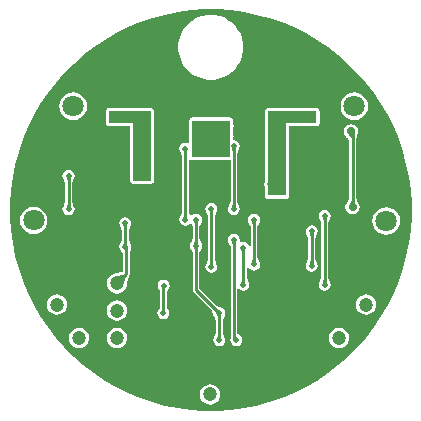
<source format=gbl>
G04 Layer_Physical_Order=2*
G04 Layer_Color=16722217*
%FSLAX25Y25*%
%MOIN*%
G70*
G01*
G75*
%ADD10C,0.01000*%
%ADD39C,0.04724*%
%ADD40C,0.07087*%
%ADD41C,0.01969*%
%ADD42C,0.02756*%
%ADD43C,0.02362*%
%ADD44C,0.05000*%
%ADD45R,0.14173X0.03937*%
%ADD46R,0.05906X0.28346*%
%ADD47R,0.05906X0.23228*%
%ADD48R,0.12598X0.12205*%
G36*
X442981Y313099D02*
X447326Y312527D01*
X451623Y311672D01*
X455856Y310538D01*
X460006Y309130D01*
X464054Y307453D01*
X467984Y305514D01*
X471779Y303323D01*
X475423Y300889D01*
X478899Y298221D01*
X482194Y295332D01*
X485293Y292233D01*
X488182Y288939D01*
X490850Y285462D01*
X493284Y281819D01*
X495475Y278024D01*
X497413Y274094D01*
X499090Y270045D01*
X500499Y265896D01*
X501633Y261663D01*
X502488Y257365D01*
X503060Y253020D01*
X503346Y248648D01*
Y244266D01*
X503060Y239893D01*
X502488Y235548D01*
X501633Y231251D01*
X500499Y227018D01*
X499090Y222868D01*
X497413Y218820D01*
X495475Y214890D01*
X493284Y211094D01*
X490850Y207451D01*
X488182Y203975D01*
X485293Y200680D01*
X482194Y197581D01*
X478899Y194692D01*
X475423Y192024D01*
X471779Y189590D01*
X467984Y187399D01*
X464054Y185461D01*
X460006Y183784D01*
X455856Y182375D01*
X451623Y181241D01*
X447326Y180386D01*
X442981Y179814D01*
X438608Y179527D01*
X434226D01*
X429854Y179814D01*
X425509Y180386D01*
X421211Y181241D01*
X416978Y182375D01*
X412829Y183784D01*
X408780Y185461D01*
X404850Y187399D01*
X401055Y189590D01*
X397412Y192024D01*
X393935Y194692D01*
X390641Y197581D01*
X387542Y200680D01*
X384653Y203975D01*
X381985Y207451D01*
X379551Y211094D01*
X377360Y214890D01*
X375421Y218820D01*
X373744Y222868D01*
X372336Y227018D01*
X371202Y231251D01*
X370347Y235548D01*
X369775Y239893D01*
X369488Y244266D01*
Y248648D01*
X369775Y253020D01*
X370347Y257365D01*
X371202Y261663D01*
X372336Y265896D01*
X373744Y270045D01*
X375421Y274094D01*
X377360Y278024D01*
X379551Y281819D01*
X381985Y285462D01*
X384653Y288939D01*
X387542Y292233D01*
X390641Y295332D01*
X393935Y298221D01*
X397412Y300889D01*
X401055Y303323D01*
X404850Y305514D01*
X408780Y307453D01*
X412829Y309130D01*
X416978Y310538D01*
X421211Y311672D01*
X425509Y312527D01*
X429854Y313099D01*
X434226Y313386D01*
X438608D01*
X442981Y313099D01*
D02*
G37*
%LPC*%
G36*
X385039Y218352D02*
X384162Y218236D01*
X383344Y217898D01*
X382641Y217359D01*
X382102Y216656D01*
X381764Y215838D01*
X381648Y214961D01*
X381764Y214083D01*
X382102Y213265D01*
X382641Y212563D01*
X383344Y212024D01*
X384162Y211685D01*
X385039Y211569D01*
X385917Y211685D01*
X386735Y212024D01*
X387437Y212563D01*
X387976Y213265D01*
X388315Y214083D01*
X388431Y214961D01*
X388315Y215838D01*
X387976Y216656D01*
X387437Y217359D01*
X386735Y217898D01*
X385917Y218236D01*
X385039Y218352D01*
D02*
G37*
G36*
X488189Y218352D02*
X487311Y218236D01*
X486493Y217898D01*
X485791Y217359D01*
X485252Y216656D01*
X484913Y215838D01*
X484798Y214961D01*
X484913Y214083D01*
X485252Y213265D01*
X485791Y212563D01*
X486493Y212024D01*
X487311Y211685D01*
X488189Y211569D01*
X489067Y211685D01*
X489885Y212024D01*
X490587Y212563D01*
X491126Y213265D01*
X491465Y214083D01*
X491580Y214961D01*
X491465Y215838D01*
X491126Y216656D01*
X490587Y217359D01*
X489885Y217898D01*
X489067Y218236D01*
X488189Y218352D01*
D02*
G37*
G36*
X407874Y244149D02*
X407100Y243995D01*
X406444Y243557D01*
X406005Y242900D01*
X405851Y242126D01*
X406005Y241352D01*
X406212Y241042D01*
X406254Y240947D01*
X406291Y240895D01*
X406306Y240870D01*
X406319Y240847D01*
X406328Y240825D01*
X406336Y240805D01*
X406342Y240784D01*
X406347Y240763D01*
X406351Y240741D01*
X406353Y240716D01*
X406355Y240656D01*
X406396Y240477D01*
X406432Y240298D01*
X406441Y240284D01*
X406445Y240268D01*
X406551Y240119D01*
X406653Y239967D01*
X406667Y239958D01*
X406676Y239945D01*
X406762Y239891D01*
Y236487D01*
X406676Y236433D01*
X406667Y236420D01*
X406653Y236411D01*
X406551Y236259D01*
X406445Y236110D01*
X406441Y236094D01*
X406432Y236081D01*
X406396Y235901D01*
X406355Y235722D01*
X406353Y235662D01*
X406351Y235637D01*
X406347Y235615D01*
X406342Y235594D01*
X406336Y235573D01*
X406328Y235553D01*
X406319Y235531D01*
X406306Y235508D01*
X406291Y235483D01*
X406254Y235431D01*
X406212Y235335D01*
X406005Y235026D01*
X405851Y234252D01*
X406005Y233478D01*
X406444Y232821D01*
X406589Y232724D01*
X406613Y232695D01*
X406687Y232634D01*
X406728Y232595D01*
X406756Y232565D01*
X406756Y232558D01*
X406809Y232398D01*
X406852Y232234D01*
X406871Y232210D01*
X406880Y232181D01*
X406991Y232052D01*
X407093Y231918D01*
X407120Y231903D01*
X407140Y231879D01*
X407156Y231872D01*
Y226022D01*
X407135Y226020D01*
X407075Y225991D01*
X407009Y225977D01*
X406898Y225903D01*
X406778Y225844D01*
X406764Y225833D01*
X406683Y225801D01*
X406568Y225764D01*
X405047Y225456D01*
X404636Y225395D01*
X404550Y225364D01*
X404240Y225323D01*
X403422Y224984D01*
X402720Y224445D01*
X402181Y223743D01*
X401842Y222925D01*
X401727Y222047D01*
X401842Y221170D01*
X402181Y220352D01*
X402720Y219649D01*
X403422Y219110D01*
X404240Y218772D01*
X405118Y218656D01*
X405996Y218772D01*
X406814Y219110D01*
X407516Y219649D01*
X408055Y220352D01*
X408394Y221170D01*
X408434Y221475D01*
X408464Y221558D01*
X408592Y222378D01*
X408713Y223013D01*
X408828Y223476D01*
X408872Y223613D01*
X408904Y223693D01*
X408915Y223708D01*
X408974Y223827D01*
X409048Y223938D01*
X409061Y224004D01*
X409091Y224064D01*
X409100Y224198D01*
X409126Y224328D01*
X409113Y224394D01*
X409117Y224462D01*
X409107Y224490D01*
X409295Y224771D01*
X409380Y225197D01*
Y232454D01*
X409480Y232519D01*
X409519Y232576D01*
X409571Y232622D01*
X409630Y232739D01*
X409705Y232847D01*
X409719Y232915D01*
X409750Y232977D01*
X409760Y233108D01*
X409787Y233236D01*
X409793Y233721D01*
X409794Y233734D01*
X409897Y234252D01*
X409743Y235026D01*
X409537Y235335D01*
X409494Y235431D01*
X409457Y235483D01*
X409442Y235508D01*
X409430Y235531D01*
X409420Y235553D01*
X409412Y235573D01*
X409406Y235594D01*
X409401Y235615D01*
X409397Y235637D01*
X409395Y235662D01*
X409393Y235722D01*
X409352Y235901D01*
X409316Y236081D01*
X409307Y236094D01*
X409303Y236110D01*
X409197Y236259D01*
X409095Y236411D01*
X409082Y236420D01*
X409072Y236433D01*
X408986Y236487D01*
Y239891D01*
X409072Y239945D01*
X409082Y239958D01*
X409095Y239967D01*
X409197Y240119D01*
X409303Y240268D01*
X409307Y240284D01*
X409316Y240298D01*
X409352Y240477D01*
X409393Y240656D01*
X409395Y240716D01*
X409397Y240741D01*
X409401Y240763D01*
X409406Y240784D01*
X409412Y240805D01*
X409420Y240825D01*
X409430Y240847D01*
X409442Y240870D01*
X409457Y240895D01*
X409494Y240947D01*
X409537Y241042D01*
X409743Y241352D01*
X409897Y242126D01*
X409743Y242900D01*
X409305Y243557D01*
X408648Y243995D01*
X407874Y244149D01*
D02*
G37*
G36*
X483071Y275110D02*
X482143Y274925D01*
X481356Y274399D01*
X480831Y273613D01*
X480646Y272685D01*
X480831Y271757D01*
X481356Y270971D01*
X481576Y270824D01*
X481612Y270782D01*
X481767Y270662D01*
X482015Y270446D01*
X482090Y270372D01*
X482147Y270309D01*
X482177Y270269D01*
X482178Y270267D01*
X482186Y270252D01*
X482206Y270188D01*
X482262Y270004D01*
X482266Y269999D01*
X482268Y269993D01*
X482392Y269845D01*
X482514Y269696D01*
X482519Y269693D01*
X482524Y269688D01*
X482549Y269674D01*
Y250353D01*
X482485Y250315D01*
X482466Y250290D01*
X482441Y250273D01*
X482347Y250132D01*
X482245Y249998D01*
X482237Y249968D01*
X482219Y249942D01*
X482187Y249777D01*
X482144Y249613D01*
X482141Y249569D01*
X482140Y249564D01*
X482133Y249537D01*
X482116Y249488D01*
X482087Y249422D01*
X482055Y249359D01*
X481828Y248997D01*
X481735Y248868D01*
X481690Y248771D01*
X481422Y248369D01*
X481237Y247441D01*
X481422Y246513D01*
X481947Y245727D01*
X482734Y245201D01*
X483661Y245017D01*
X484589Y245201D01*
X485376Y245727D01*
X485901Y246513D01*
X486086Y247441D01*
X485901Y248369D01*
X485633Y248771D01*
X485588Y248868D01*
X485483Y249012D01*
X485407Y249124D01*
X485272Y249350D01*
X485236Y249422D01*
X485207Y249488D01*
X485190Y249537D01*
X485183Y249564D01*
X485182Y249569D01*
X485179Y249613D01*
X485136Y249777D01*
X485103Y249942D01*
X485086Y249968D01*
X485078Y249998D01*
X484976Y250132D01*
X484882Y250273D01*
X484856Y250290D01*
X484838Y250315D01*
X484773Y250353D01*
Y270218D01*
X484849Y270263D01*
X484892Y270322D01*
X484949Y270369D01*
X485009Y270481D01*
X485085Y270584D01*
X485102Y270655D01*
X485137Y270719D01*
X485149Y270846D01*
X485180Y270970D01*
X485196Y271322D01*
X485203Y271384D01*
X485233Y271563D01*
X485245Y271617D01*
X485266Y271691D01*
X485311Y271757D01*
X485495Y272685D01*
X485311Y273613D01*
X484785Y274399D01*
X483998Y274925D01*
X483071Y275110D01*
D02*
G37*
G36*
X388976Y259897D02*
X388202Y259743D01*
X387546Y259305D01*
X387107Y258648D01*
X386953Y257874D01*
X387107Y257100D01*
X387314Y256791D01*
X387356Y256695D01*
X387393Y256643D01*
X387408Y256618D01*
X387421Y256595D01*
X387431Y256573D01*
X387438Y256553D01*
X387445Y256532D01*
X387449Y256511D01*
X387453Y256489D01*
X387455Y256464D01*
X387457Y256404D01*
X387499Y256225D01*
X387534Y256046D01*
X387543Y256032D01*
X387547Y256016D01*
X387653Y255867D01*
X387755Y255715D01*
X387769Y255706D01*
X387778Y255693D01*
X387864Y255639D01*
Y249086D01*
X387778Y249032D01*
X387769Y249019D01*
X387755Y249010D01*
X387653Y248857D01*
X387547Y248708D01*
X387543Y248692D01*
X387534Y248679D01*
X387499Y248499D01*
X387457Y248320D01*
X387455Y248261D01*
X387453Y248236D01*
X387449Y248213D01*
X387445Y248192D01*
X387438Y248172D01*
X387431Y248151D01*
X387421Y248130D01*
X387408Y248106D01*
X387393Y248081D01*
X387356Y248029D01*
X387314Y247934D01*
X387107Y247625D01*
X386953Y246850D01*
X387107Y246076D01*
X387546Y245420D01*
X388202Y244981D01*
X388976Y244827D01*
X389751Y244981D01*
X390407Y245420D01*
X390845Y246076D01*
X391000Y246850D01*
X390845Y247625D01*
X390639Y247934D01*
X390596Y248029D01*
X390560Y248081D01*
X390544Y248106D01*
X390532Y248130D01*
X390522Y248151D01*
X390514Y248172D01*
X390508Y248192D01*
X390503Y248213D01*
X390500Y248236D01*
X390497Y248261D01*
X390495Y248321D01*
X390454Y248499D01*
X390418Y248679D01*
X390409Y248692D01*
X390406Y248708D01*
X390299Y248857D01*
X390197Y249010D01*
X390184Y249019D01*
X390175Y249032D01*
X390088Y249086D01*
Y255639D01*
X390175Y255693D01*
X390184Y255706D01*
X390197Y255715D01*
X390299Y255867D01*
X390406Y256016D01*
X390409Y256032D01*
X390418Y256046D01*
X390454Y256225D01*
X390495Y256404D01*
X390497Y256464D01*
X390500Y256489D01*
X390503Y256511D01*
X390508Y256532D01*
X390514Y256553D01*
X390522Y256573D01*
X390532Y256595D01*
X390544Y256618D01*
X390560Y256643D01*
X390596Y256695D01*
X390639Y256791D01*
X390845Y257100D01*
X391000Y257874D01*
X390845Y258648D01*
X390407Y259305D01*
X389751Y259743D01*
X388976Y259897D01*
D02*
G37*
G36*
X420717Y223283D02*
X419942Y223129D01*
X419286Y222690D01*
X418847Y222034D01*
X418693Y221260D01*
X418847Y220486D01*
X419286Y219829D01*
X419459Y219714D01*
Y213848D01*
X419140Y213635D01*
X418702Y212979D01*
X418548Y212205D01*
X418702Y211431D01*
X419140Y210774D01*
X419797Y210336D01*
X420571Y210182D01*
X421345Y210336D01*
X422001Y210774D01*
X422440Y211431D01*
X422594Y212205D01*
X422440Y212979D01*
X422001Y213635D01*
X421683Y213848D01*
Y219519D01*
X422147Y219829D01*
X422586Y220486D01*
X422740Y221260D01*
X422586Y222034D01*
X422147Y222690D01*
X421491Y223129D01*
X420717Y223283D01*
D02*
G37*
G36*
X450787Y245330D02*
X450013Y245176D01*
X449357Y244738D01*
X448918Y244081D01*
X448764Y243307D01*
X448918Y242533D01*
X449125Y242224D01*
X449167Y242128D01*
X449204Y242076D01*
X449220Y242051D01*
X449232Y242028D01*
X449242Y242006D01*
X449249Y241986D01*
X449256Y241965D01*
X449260Y241944D01*
X449264Y241922D01*
X449266Y241897D01*
X449268Y241837D01*
X449310Y241658D01*
X449345Y241479D01*
X449354Y241465D01*
X449358Y241449D01*
X449465Y241300D01*
X449566Y241148D01*
X449580Y241139D01*
X449589Y241126D01*
X449676Y241072D01*
Y234369D01*
X449176Y234319D01*
X449113Y234632D01*
X448675Y235289D01*
X448018Y235727D01*
X447244Y235881D01*
X446470Y235727D01*
X446423Y235696D01*
X445998Y236014D01*
X446118Y236614D01*
X445964Y237388D01*
X445525Y238045D01*
X444869Y238483D01*
X444095Y238637D01*
X443320Y238483D01*
X442664Y238045D01*
X442225Y237388D01*
X442071Y236614D01*
X442225Y235840D01*
X442432Y235531D01*
X442475Y235435D01*
X442511Y235383D01*
X442527Y235358D01*
X442539Y235335D01*
X442549Y235314D01*
X442556Y235293D01*
X442563Y235273D01*
X442567Y235251D01*
X442571Y235229D01*
X442573Y235204D01*
X442575Y235144D01*
X442617Y234965D01*
X442653Y234786D01*
X442662Y234772D01*
X442665Y234756D01*
X442772Y234607D01*
X442873Y234455D01*
X442887Y234446D01*
X442896Y234433D01*
X442983Y234379D01*
Y203937D01*
X442983Y203937D01*
X442999Y203854D01*
X442859Y203150D01*
X443013Y202375D01*
X443451Y201719D01*
X444108Y201280D01*
X444882Y201127D01*
X445656Y201280D01*
X446312Y201719D01*
X446751Y202375D01*
X446905Y203150D01*
X446751Y203924D01*
X446312Y204580D01*
X445656Y205019D01*
X445206Y205108D01*
Y220232D01*
X445706Y220383D01*
X445814Y220223D01*
X446470Y219784D01*
X447244Y219630D01*
X448018Y219784D01*
X448675Y220223D01*
X449113Y220879D01*
X449267Y221654D01*
X449113Y222428D01*
X448907Y222737D01*
X448864Y222832D01*
X448828Y222884D01*
X448812Y222909D01*
X448800Y222933D01*
X448790Y222954D01*
X448782Y222975D01*
X448776Y222995D01*
X448771Y223016D01*
X448767Y223039D01*
X448765Y223064D01*
X448763Y223124D01*
X448722Y223302D01*
X448686Y223482D01*
X448677Y223496D01*
X448673Y223511D01*
X448567Y223660D01*
X448465Y223813D01*
X448452Y223822D01*
X448442Y223835D01*
X448356Y223889D01*
Y227836D01*
X448856Y227885D01*
X448918Y227572D01*
X449357Y226916D01*
X450013Y226477D01*
X450787Y226323D01*
X451562Y226477D01*
X452218Y226916D01*
X452657Y227572D01*
X452810Y228346D01*
X452657Y229121D01*
X452450Y229430D01*
X452407Y229525D01*
X452371Y229577D01*
X452355Y229602D01*
X452343Y229626D01*
X452333Y229647D01*
X452325Y229668D01*
X452319Y229688D01*
X452314Y229709D01*
X452311Y229732D01*
X452308Y229757D01*
X452307Y229817D01*
X452265Y229995D01*
X452229Y230175D01*
X452220Y230188D01*
X452217Y230204D01*
X452110Y230353D01*
X452008Y230506D01*
X451995Y230515D01*
X451986Y230528D01*
X451899Y230582D01*
Y241072D01*
X451986Y241126D01*
X451995Y241139D01*
X452008Y241148D01*
X452110Y241300D01*
X452217Y241449D01*
X452220Y241465D01*
X452229Y241479D01*
X452265Y241658D01*
X452307Y241837D01*
X452308Y241897D01*
X452311Y241922D01*
X452314Y241945D01*
X452319Y241965D01*
X452325Y241986D01*
X452333Y242006D01*
X452343Y242028D01*
X452355Y242051D01*
X452371Y242076D01*
X452407Y242128D01*
X452450Y242224D01*
X452657Y242533D01*
X452810Y243307D01*
X452657Y244081D01*
X452218Y244738D01*
X451562Y245176D01*
X450787Y245330D01*
D02*
G37*
G36*
X436614Y248873D02*
X435840Y248720D01*
X435184Y248281D01*
X434745Y247625D01*
X434591Y246850D01*
X434745Y246076D01*
X434952Y245767D01*
X434994Y245671D01*
X435031Y245620D01*
X435046Y245594D01*
X435059Y245571D01*
X435068Y245550D01*
X435076Y245529D01*
X435082Y245509D01*
X435087Y245488D01*
X435091Y245465D01*
X435093Y245440D01*
X435095Y245380D01*
X435136Y245202D01*
X435172Y245022D01*
X435181Y245008D01*
X435185Y244993D01*
X435291Y244844D01*
X435393Y244691D01*
X435407Y244682D01*
X435416Y244669D01*
X435502Y244615D01*
Y229794D01*
X435416Y229740D01*
X435407Y229727D01*
X435393Y229718D01*
X435291Y229566D01*
X435185Y229417D01*
X435181Y229401D01*
X435172Y229388D01*
X435136Y229208D01*
X435095Y229029D01*
X435093Y228969D01*
X435091Y228944D01*
X435087Y228922D01*
X435082Y228901D01*
X435076Y228880D01*
X435068Y228860D01*
X435059Y228838D01*
X435046Y228815D01*
X435031Y228790D01*
X434994Y228738D01*
X434952Y228643D01*
X434745Y228333D01*
X434591Y227559D01*
X434745Y226785D01*
X435184Y226129D01*
X435840Y225690D01*
X436614Y225536D01*
X437388Y225690D01*
X438045Y226129D01*
X438483Y226785D01*
X438637Y227559D01*
X438483Y228333D01*
X438277Y228643D01*
X438234Y228738D01*
X438198Y228790D01*
X438182Y228815D01*
X438170Y228838D01*
X438160Y228860D01*
X438152Y228880D01*
X438146Y228901D01*
X438141Y228922D01*
X438137Y228944D01*
X438135Y228969D01*
X438133Y229029D01*
X438092Y229208D01*
X438056Y229388D01*
X438047Y229401D01*
X438043Y229417D01*
X437937Y229566D01*
X437835Y229718D01*
X437822Y229727D01*
X437812Y229740D01*
X437726Y229794D01*
Y244615D01*
X437812Y244669D01*
X437822Y244682D01*
X437835Y244691D01*
X437937Y244844D01*
X438043Y244993D01*
X438047Y245008D01*
X438056Y245022D01*
X438092Y245202D01*
X438133Y245380D01*
X438135Y245440D01*
X438137Y245465D01*
X438141Y245488D01*
X438146Y245509D01*
X438152Y245529D01*
X438160Y245550D01*
X438170Y245571D01*
X438182Y245594D01*
X438198Y245620D01*
X438234Y245671D01*
X438277Y245767D01*
X438483Y246076D01*
X438637Y246850D01*
X438483Y247625D01*
X438045Y248281D01*
X437388Y248720D01*
X436614Y248873D01*
D02*
G37*
G36*
X470079Y241393D02*
X469305Y241239D01*
X468648Y240801D01*
X468210Y240144D01*
X468056Y239370D01*
X468210Y238596D01*
X468416Y238287D01*
X468459Y238191D01*
X468495Y238139D01*
X468511Y238114D01*
X468523Y238091D01*
X468533Y238070D01*
X468541Y238049D01*
X468547Y238028D01*
X468552Y238007D01*
X468555Y237985D01*
X468558Y237960D01*
X468560Y237900D01*
X468601Y237721D01*
X468637Y237542D01*
X468646Y237528D01*
X468649Y237512D01*
X468756Y237363D01*
X468858Y237211D01*
X468871Y237202D01*
X468881Y237189D01*
X468967Y237135D01*
Y230188D01*
X468881Y230134D01*
X468871Y230121D01*
X468858Y230112D01*
X468756Y229960D01*
X468649Y229810D01*
X468646Y229795D01*
X468637Y229781D01*
X468601Y229601D01*
X468560Y229423D01*
X468558Y229363D01*
X468555Y229338D01*
X468552Y229315D01*
X468547Y229294D01*
X468541Y229274D01*
X468533Y229253D01*
X468523Y229232D01*
X468511Y229209D01*
X468495Y229184D01*
X468459Y229132D01*
X468416Y229036D01*
X468210Y228727D01*
X468056Y227953D01*
X468210Y227179D01*
X468648Y226522D01*
X469305Y226084D01*
X470079Y225930D01*
X470853Y226084D01*
X471509Y226522D01*
X471948Y227179D01*
X472102Y227953D01*
X471948Y228727D01*
X471741Y229036D01*
X471699Y229132D01*
X471662Y229184D01*
X471647Y229209D01*
X471634Y229232D01*
X471625Y229253D01*
X471617Y229274D01*
X471611Y229294D01*
X471606Y229315D01*
X471602Y229338D01*
X471600Y229363D01*
X471598Y229423D01*
X471557Y229602D01*
X471521Y229781D01*
X471512Y229795D01*
X471508Y229810D01*
X471402Y229960D01*
X471300Y230112D01*
X471286Y230121D01*
X471277Y230134D01*
X471191Y230188D01*
Y237135D01*
X471277Y237189D01*
X471286Y237202D01*
X471300Y237211D01*
X471402Y237363D01*
X471508Y237512D01*
X471512Y237528D01*
X471521Y237542D01*
X471557Y237721D01*
X471598Y237900D01*
X471600Y237960D01*
X471602Y237985D01*
X471606Y238007D01*
X471610Y238028D01*
X471617Y238049D01*
X471625Y238069D01*
X471634Y238091D01*
X471647Y238114D01*
X471662Y238139D01*
X471699Y238191D01*
X471741Y238287D01*
X471948Y238596D01*
X472102Y239370D01*
X471948Y240144D01*
X471509Y240801D01*
X470853Y241239D01*
X470079Y241393D01*
D02*
G37*
G36*
X377362Y247594D02*
X376176Y247438D01*
X375071Y246980D01*
X374122Y246252D01*
X373394Y245303D01*
X372936Y244198D01*
X372780Y243012D01*
X372936Y241826D01*
X373394Y240721D01*
X374122Y239772D01*
X375071Y239043D01*
X376176Y238585D01*
X377362Y238429D01*
X378548Y238585D01*
X379654Y239043D01*
X380603Y239772D01*
X381331Y240721D01*
X381789Y241826D01*
X381945Y243012D01*
X381789Y244198D01*
X381331Y245303D01*
X380603Y246252D01*
X379654Y246980D01*
X378548Y247438D01*
X377362Y247594D01*
D02*
G37*
G36*
X494882Y247496D02*
X493696Y247340D01*
X492591Y246882D01*
X491642Y246154D01*
X490913Y245205D01*
X490455Y244099D01*
X490299Y242913D01*
X490455Y241727D01*
X490913Y240622D01*
X491642Y239673D01*
X492591Y238945D01*
X493696Y238487D01*
X494882Y238331D01*
X496068Y238487D01*
X497173Y238945D01*
X498122Y239673D01*
X498850Y240622D01*
X499308Y241727D01*
X499464Y242913D01*
X499308Y244099D01*
X498850Y245205D01*
X498122Y246154D01*
X497173Y246882D01*
X496068Y247340D01*
X494882Y247496D01*
D02*
G37*
G36*
X474409Y246597D02*
X473635Y246443D01*
X472979Y246005D01*
X472540Y245349D01*
X472386Y244574D01*
X472540Y243800D01*
X472747Y243491D01*
X472789Y243395D01*
X472826Y243343D01*
X472842Y243318D01*
X472854Y243295D01*
X472864Y243274D01*
X472871Y243253D01*
X472878Y243233D01*
X472883Y243212D01*
X472886Y243189D01*
X472889Y243164D01*
X472890Y243104D01*
X472932Y242926D01*
X472967Y242746D01*
X472976Y242732D01*
X472980Y242717D01*
X473087Y242567D01*
X473188Y242415D01*
X473202Y242406D01*
X473211Y242393D01*
X473298Y242339D01*
Y223889D01*
X473211Y223835D01*
X473202Y223822D01*
X473188Y223813D01*
X473087Y223660D01*
X472980Y223511D01*
X472976Y223496D01*
X472967Y223482D01*
X472932Y223302D01*
X472890Y223124D01*
X472889Y223064D01*
X472886Y223039D01*
X472883Y223016D01*
X472878Y222995D01*
X472871Y222975D01*
X472864Y222954D01*
X472854Y222933D01*
X472842Y222909D01*
X472826Y222884D01*
X472789Y222832D01*
X472747Y222737D01*
X472540Y222428D01*
X472386Y221654D01*
X472540Y220879D01*
X472979Y220223D01*
X473635Y219784D01*
X474409Y219630D01*
X475184Y219784D01*
X475840Y220223D01*
X476279Y220879D01*
X476433Y221654D01*
X476279Y222428D01*
X476072Y222737D01*
X476029Y222832D01*
X475993Y222884D01*
X475977Y222909D01*
X475965Y222933D01*
X475955Y222954D01*
X475947Y222975D01*
X475941Y222995D01*
X475936Y223016D01*
X475933Y223039D01*
X475930Y223064D01*
X475928Y223124D01*
X475887Y223302D01*
X475851Y223482D01*
X475843Y223496D01*
X475839Y223511D01*
X475732Y223660D01*
X475630Y223813D01*
X475617Y223822D01*
X475608Y223835D01*
X475521Y223889D01*
Y242339D01*
X475608Y242393D01*
X475617Y242406D01*
X475630Y242415D01*
X475732Y242567D01*
X475839Y242717D01*
X475843Y242732D01*
X475851Y242746D01*
X475887Y242926D01*
X475928Y243104D01*
X475930Y243164D01*
X475933Y243189D01*
X475936Y243212D01*
X475941Y243233D01*
X475948Y243253D01*
X475955Y243274D01*
X475965Y243295D01*
X475977Y243318D01*
X475993Y243343D01*
X476029Y243395D01*
X476072Y243491D01*
X476279Y243800D01*
X476433Y244574D01*
X476279Y245349D01*
X475840Y246005D01*
X475184Y246443D01*
X474409Y246597D01*
D02*
G37*
G36*
X436221Y188431D02*
X435343Y188315D01*
X434525Y187976D01*
X433823Y187437D01*
X433284Y186735D01*
X432945Y185917D01*
X432829Y185039D01*
X432945Y184162D01*
X433284Y183344D01*
X433823Y182641D01*
X434525Y182103D01*
X435343Y181764D01*
X436221Y181648D01*
X437098Y181764D01*
X437916Y182103D01*
X438619Y182641D01*
X439157Y183344D01*
X439496Y184162D01*
X439612Y185039D01*
X439496Y185917D01*
X439157Y186735D01*
X438619Y187437D01*
X437916Y187976D01*
X437098Y188315D01*
X436221Y188431D01*
D02*
G37*
G36*
X405118Y207328D02*
X404240Y207213D01*
X403422Y206874D01*
X402720Y206335D01*
X402181Y205632D01*
X401842Y204815D01*
X401727Y203937D01*
X401842Y203059D01*
X402181Y202241D01*
X402720Y201539D01*
X403422Y201000D01*
X404240Y200661D01*
X405118Y200546D01*
X405996Y200661D01*
X406814Y201000D01*
X407516Y201539D01*
X408055Y202241D01*
X408394Y203059D01*
X408509Y203937D01*
X408394Y204815D01*
X408055Y205632D01*
X407516Y206335D01*
X406814Y206874D01*
X405996Y207213D01*
X405118Y207328D01*
D02*
G37*
G36*
X392520Y207328D02*
X391642Y207213D01*
X390824Y206874D01*
X390122Y206335D01*
X389583Y205633D01*
X389244Y204815D01*
X389128Y203937D01*
X389244Y203059D01*
X389583Y202241D01*
X390122Y201539D01*
X390824Y201000D01*
X391642Y200661D01*
X392520Y200546D01*
X393397Y200661D01*
X394215Y201000D01*
X394918Y201539D01*
X395457Y202241D01*
X395795Y203059D01*
X395911Y203937D01*
X395795Y204815D01*
X395457Y205633D01*
X394918Y206335D01*
X394215Y206874D01*
X393397Y207213D01*
X392520Y207328D01*
D02*
G37*
G36*
X442913Y277398D02*
X430315D01*
X429925Y277320D01*
X429594Y277099D01*
X429373Y276768D01*
X429295Y276378D01*
Y268949D01*
X428854Y268713D01*
X428727Y268798D01*
X427953Y268952D01*
X427178Y268798D01*
X426522Y268360D01*
X426084Y267703D01*
X425930Y266929D01*
X426084Y266155D01*
X426290Y265846D01*
X426333Y265750D01*
X426369Y265698D01*
X426385Y265673D01*
X426397Y265650D01*
X426407Y265629D01*
X426415Y265608D01*
X426421Y265587D01*
X426426Y265566D01*
X426429Y265544D01*
X426432Y265519D01*
X426434Y265459D01*
X426475Y265280D01*
X426511Y265101D01*
X426520Y265087D01*
X426523Y265072D01*
X426630Y264922D01*
X426732Y264770D01*
X426745Y264761D01*
X426755Y264748D01*
X426841Y264694D01*
Y245542D01*
X426755Y245489D01*
X426745Y245475D01*
X426732Y245466D01*
X426630Y245314D01*
X426523Y245165D01*
X426520Y245149D01*
X426511Y245136D01*
X426475Y244956D01*
X426434Y244777D01*
X426432Y244717D01*
X426429Y244692D01*
X426426Y244670D01*
X426421Y244649D01*
X426415Y244628D01*
X426407Y244608D01*
X426397Y244586D01*
X426385Y244563D01*
X426369Y244538D01*
X426333Y244486D01*
X426290Y244391D01*
X426084Y244081D01*
X425930Y243307D01*
X426084Y242533D01*
X426522Y241877D01*
X427178Y241438D01*
X427953Y241284D01*
X428727Y241438D01*
X429383Y241877D01*
X429384Y241878D01*
X429680Y241912D01*
X429693Y241906D01*
X430009Y241700D01*
X430018Y241658D01*
X430054Y241479D01*
X430063Y241465D01*
X430067Y241449D01*
X430173Y241300D01*
X430275Y241148D01*
X430289Y241139D01*
X430298Y241126D01*
X430384Y241072D01*
Y236881D01*
X430298Y236827D01*
X430289Y236814D01*
X430275Y236805D01*
X430173Y236652D01*
X430067Y236503D01*
X430063Y236488D01*
X430054Y236474D01*
X430018Y236294D01*
X429977Y236116D01*
X429975Y236056D01*
X429973Y236031D01*
X429969Y236008D01*
X429964Y235987D01*
X429958Y235967D01*
X429950Y235946D01*
X429941Y235925D01*
X429928Y235902D01*
X429913Y235877D01*
X429876Y235825D01*
X429834Y235729D01*
X429627Y235420D01*
X429473Y234646D01*
X429627Y233872D01*
X429834Y233562D01*
X429876Y233467D01*
X429913Y233415D01*
X429928Y233390D01*
X429941Y233366D01*
X429950Y233345D01*
X429958Y233324D01*
X429964Y233304D01*
X429969Y233283D01*
X429973Y233260D01*
X429975Y233235D01*
X429977Y233176D01*
X430018Y232997D01*
X430054Y232817D01*
X430063Y232804D01*
X430067Y232788D01*
X430173Y232639D01*
X430275Y232486D01*
X430289Y232477D01*
X430298Y232464D01*
X430384Y232411D01*
Y219798D01*
X430384Y219798D01*
X430469Y219373D01*
X430710Y219012D01*
X436854Y212868D01*
X436831Y212769D01*
X436833Y212753D01*
X436830Y212737D01*
X436866Y212558D01*
X436896Y212377D01*
X436905Y212363D01*
X436908Y212347D01*
X437010Y212195D01*
X437107Y212039D01*
X437148Y211996D01*
X437164Y211976D01*
X437177Y211958D01*
X437189Y211939D01*
X437199Y211921D01*
X437208Y211900D01*
X437216Y211878D01*
X437224Y211853D01*
X437231Y211825D01*
X437241Y211762D01*
X437279Y211664D01*
X437352Y211300D01*
X437558Y210990D01*
X437601Y210895D01*
X437637Y210843D01*
X437653Y210818D01*
X437665Y210795D01*
X437675Y210773D01*
X437683Y210753D01*
X437689Y210732D01*
X437694Y210711D01*
X437697Y210688D01*
X437700Y210664D01*
X437702Y210604D01*
X437743Y210425D01*
X437779Y210245D01*
X437788Y210232D01*
X437791Y210216D01*
X437898Y210067D01*
X438000Y209914D01*
X438013Y209906D01*
X438022Y209892D01*
X438109Y209839D01*
Y205385D01*
X438022Y205331D01*
X438013Y205318D01*
X438000Y205309D01*
X437898Y205157D01*
X437791Y205008D01*
X437788Y204992D01*
X437779Y204979D01*
X437743Y204799D01*
X437702Y204620D01*
X437700Y204560D01*
X437697Y204535D01*
X437694Y204513D01*
X437689Y204492D01*
X437683Y204471D01*
X437675Y204451D01*
X437665Y204429D01*
X437653Y204406D01*
X437637Y204381D01*
X437601Y204329D01*
X437558Y204233D01*
X437351Y203924D01*
X437197Y203150D01*
X437351Y202376D01*
X437790Y201719D01*
X438446Y201281D01*
X439220Y201127D01*
X439995Y201281D01*
X440651Y201719D01*
X441089Y202376D01*
X441244Y203150D01*
X441089Y203924D01*
X440883Y204233D01*
X440841Y204328D01*
X440804Y204380D01*
X440788Y204406D01*
X440776Y204429D01*
X440766Y204450D01*
X440759Y204471D01*
X440752Y204491D01*
X440748Y204512D01*
X440744Y204535D01*
X440741Y204560D01*
X440740Y204620D01*
X440698Y204798D01*
X440663Y204978D01*
X440654Y204992D01*
X440650Y205007D01*
X440544Y205156D01*
X440442Y205309D01*
X440428Y205318D01*
X440419Y205331D01*
X440333Y205385D01*
Y209839D01*
X440419Y209892D01*
X440428Y209906D01*
X440442Y209914D01*
X440543Y210067D01*
X440650Y210216D01*
X440654Y210232D01*
X440663Y210245D01*
X440698Y210425D01*
X440740Y210604D01*
X440741Y210664D01*
X440744Y210688D01*
X440748Y210711D01*
X440752Y210732D01*
X440759Y210753D01*
X440766Y210773D01*
X440776Y210795D01*
X440789Y210818D01*
X440804Y210843D01*
X440841Y210895D01*
X440883Y210990D01*
X441090Y211300D01*
X441244Y212074D01*
X441090Y212848D01*
X440651Y213504D01*
X439995Y213943D01*
X439630Y214016D01*
X439533Y214053D01*
X439470Y214064D01*
X439441Y214071D01*
X439416Y214078D01*
X439394Y214087D01*
X439374Y214096D01*
X439355Y214106D01*
X439337Y214117D01*
X439318Y214130D01*
X439299Y214147D01*
X439255Y214188D01*
X439100Y214284D01*
X438947Y214386D01*
X438931Y214389D01*
X438918Y214398D01*
X438737Y214428D01*
X438557Y214464D01*
X438541Y214461D01*
X438525Y214463D01*
X438426Y214441D01*
X432608Y220259D01*
Y232411D01*
X432694Y232464D01*
X432704Y232477D01*
X432717Y232486D01*
X432819Y232639D01*
X432925Y232788D01*
X432929Y232804D01*
X432938Y232817D01*
X432974Y232997D01*
X433015Y233176D01*
X433017Y233235D01*
X433019Y233260D01*
X433023Y233283D01*
X433028Y233304D01*
X433034Y233325D01*
X433042Y233345D01*
X433051Y233366D01*
X433064Y233390D01*
X433079Y233415D01*
X433116Y233467D01*
X433159Y233562D01*
X433365Y233872D01*
X433519Y234646D01*
X433365Y235420D01*
X433158Y235729D01*
X433116Y235825D01*
X433079Y235877D01*
X433064Y235902D01*
X433051Y235925D01*
X433042Y235946D01*
X433034Y235967D01*
X433028Y235987D01*
X433023Y236008D01*
X433019Y236031D01*
X433017Y236056D01*
X433015Y236116D01*
X432974Y236294D01*
X432938Y236474D01*
X432929Y236488D01*
X432925Y236503D01*
X432819Y236652D01*
X432717Y236805D01*
X432704Y236814D01*
X432694Y236827D01*
X432608Y236881D01*
Y241072D01*
X432694Y241126D01*
X432704Y241139D01*
X432717Y241148D01*
X432819Y241300D01*
X432925Y241449D01*
X432929Y241465D01*
X432938Y241479D01*
X432974Y241658D01*
X433015Y241837D01*
X433017Y241897D01*
X433019Y241922D01*
X433023Y241945D01*
X433028Y241965D01*
X433034Y241986D01*
X433042Y242006D01*
X433051Y242028D01*
X433064Y242051D01*
X433079Y242076D01*
X433116Y242128D01*
X433159Y242224D01*
X433365Y242533D01*
X433519Y243307D01*
X433365Y244081D01*
X432927Y244738D01*
X432270Y245176D01*
X431496Y245330D01*
X430722Y245176D01*
X430065Y244738D01*
X430065Y244737D01*
X429769Y244703D01*
X429756Y244708D01*
X429440Y244914D01*
X429430Y244956D01*
X429395Y245136D01*
X429386Y245149D01*
X429382Y245165D01*
X429276Y245314D01*
X429174Y245466D01*
X429160Y245475D01*
X429151Y245489D01*
X429065Y245542D01*
Y263345D01*
X429565Y263496D01*
X429594Y263452D01*
X429925Y263231D01*
X430315Y263154D01*
X442913D01*
X442983Y263097D01*
Y249086D01*
X442896Y249032D01*
X442887Y249019D01*
X442873Y249010D01*
X442772Y248857D01*
X442665Y248708D01*
X442662Y248692D01*
X442653Y248679D01*
X442617Y248499D01*
X442575Y248320D01*
X442573Y248261D01*
X442571Y248236D01*
X442567Y248213D01*
X442563Y248192D01*
X442556Y248172D01*
X442549Y248151D01*
X442539Y248130D01*
X442527Y248106D01*
X442511Y248081D01*
X442475Y248029D01*
X442432Y247934D01*
X442225Y247625D01*
X442071Y246850D01*
X442225Y246076D01*
X442664Y245420D01*
X443320Y244981D01*
X444095Y244827D01*
X444869Y244981D01*
X445525Y245420D01*
X445964Y246076D01*
X446118Y246850D01*
X445964Y247625D01*
X445757Y247934D01*
X445715Y248029D01*
X445678Y248081D01*
X445662Y248106D01*
X445650Y248130D01*
X445640Y248151D01*
X445633Y248172D01*
X445626Y248192D01*
X445621Y248213D01*
X445618Y248236D01*
X445615Y248261D01*
X445614Y248321D01*
X445572Y248499D01*
X445537Y248679D01*
X445528Y248692D01*
X445524Y248708D01*
X445417Y248857D01*
X445315Y249010D01*
X445302Y249019D01*
X445293Y249032D01*
X445206Y249086D01*
Y265481D01*
X445293Y265535D01*
X445302Y265548D01*
X445315Y265557D01*
X445417Y265710D01*
X445524Y265859D01*
X445528Y265875D01*
X445537Y265888D01*
X445572Y266068D01*
X445614Y266247D01*
X445615Y266306D01*
X445618Y266331D01*
X445621Y266354D01*
X445626Y266375D01*
X445633Y266395D01*
X445640Y266416D01*
X445650Y266437D01*
X445662Y266461D01*
X445678Y266486D01*
X445715Y266537D01*
X445757Y266633D01*
X445964Y266942D01*
X446118Y267717D01*
X445964Y268491D01*
X445525Y269147D01*
X444869Y269586D01*
X444095Y269740D01*
X443933Y269872D01*
Y270556D01*
X444034Y271063D01*
X443933Y271570D01*
Y274099D01*
X444034Y274606D01*
X443933Y275113D01*
Y276378D01*
X443855Y276768D01*
X443634Y277099D01*
X443304Y277320D01*
X442913Y277398D01*
D02*
G37*
G36*
X437383Y311613D02*
X435452D01*
X435353Y311593D01*
X435253D01*
X433358Y311216D01*
X433265Y311178D01*
X433167Y311158D01*
X431383Y310419D01*
X431299Y310363D01*
X431206Y310325D01*
X429600Y309252D01*
X429529Y309181D01*
X429446Y309125D01*
X428080Y307759D01*
X428024Y307676D01*
X427953Y307605D01*
X426880Y305998D01*
X426842Y305906D01*
X426786Y305822D01*
X426047Y304038D01*
X426027Y303939D01*
X425989Y303847D01*
X425612Y301952D01*
Y301852D01*
X425592Y301753D01*
Y299822D01*
X425612Y299723D01*
Y299623D01*
X425989Y297728D01*
X426027Y297636D01*
X426047Y297537D01*
X426786Y295753D01*
X426842Y295669D01*
X426880Y295576D01*
X427953Y293970D01*
X428024Y293899D01*
X428080Y293816D01*
X429446Y292450D01*
X429529Y292394D01*
X429600Y292323D01*
X431206Y291250D01*
X431299Y291212D01*
X431383Y291156D01*
X433167Y290417D01*
X433265Y290397D01*
X433358Y290359D01*
X435253Y289982D01*
X435353D01*
X435452Y289962D01*
X437383D01*
X437482Y289982D01*
X437582D01*
X439476Y290359D01*
X439569Y290397D01*
X439668Y290417D01*
X441452Y291156D01*
X441536Y291212D01*
X441628Y291250D01*
X443234Y292323D01*
X443305Y292394D01*
X443389Y292450D01*
X444755Y293816D01*
X444810Y293899D01*
X444881Y293970D01*
X445955Y295576D01*
X445993Y295669D01*
X446049Y295753D01*
X446788Y297537D01*
X446808Y297636D01*
X446846Y297728D01*
X447223Y299623D01*
Y299723D01*
X447242Y299822D01*
Y301753D01*
X447223Y301852D01*
Y301952D01*
X446846Y303847D01*
X446808Y303939D01*
X446788Y304038D01*
X446049Y305822D01*
X445993Y305906D01*
X445955Y305998D01*
X444881Y307605D01*
X444810Y307676D01*
X444755Y307759D01*
X443389Y309125D01*
X443305Y309181D01*
X443234Y309252D01*
X441628Y310325D01*
X441536Y310363D01*
X441452Y310419D01*
X439668Y311158D01*
X439569Y311178D01*
X439476Y311216D01*
X437582Y311593D01*
X437482D01*
X437383Y311613D01*
D02*
G37*
G36*
X484252Y285685D02*
X483066Y285529D01*
X481961Y285071D01*
X481012Y284343D01*
X480283Y283394D01*
X479826Y282288D01*
X479670Y281102D01*
X479826Y279916D01*
X480283Y278811D01*
X481012Y277862D01*
X481961Y277134D01*
X483066Y276676D01*
X484252Y276520D01*
X485438Y276676D01*
X486543Y277134D01*
X487492Y277862D01*
X488221Y278811D01*
X488678Y279916D01*
X488834Y281102D01*
X488678Y282288D01*
X488221Y283394D01*
X487492Y284343D01*
X486543Y285071D01*
X485438Y285529D01*
X484252Y285685D01*
D02*
G37*
G36*
X390551D02*
X389365Y285529D01*
X388260Y285071D01*
X387311Y284343D01*
X386583Y283394D01*
X386125Y282288D01*
X385969Y281102D01*
X386125Y279916D01*
X386583Y278811D01*
X387311Y277862D01*
X388260Y277134D01*
X389365Y276676D01*
X390551Y276520D01*
X391737Y276676D01*
X392842Y277134D01*
X393792Y277862D01*
X394520Y278811D01*
X394977Y279916D01*
X395134Y281102D01*
X394977Y282288D01*
X394520Y283394D01*
X393792Y284343D01*
X392842Y285071D01*
X391737Y285529D01*
X390551Y285685D01*
D02*
G37*
G36*
X471654Y280547D02*
X455512D01*
X455122Y280469D01*
X454791Y280248D01*
X454570Y279918D01*
X454492Y279528D01*
Y255985D01*
X454430Y255892D01*
X454276Y255118D01*
X454430Y254344D01*
X454492Y254251D01*
Y251181D01*
X454570Y250791D01*
X454791Y250460D01*
X455122Y250239D01*
X455512Y250162D01*
X461417D01*
X461807Y250239D01*
X462138Y250460D01*
X462359Y250791D01*
X462437Y251181D01*
Y274571D01*
X471654D01*
X472044Y274649D01*
X472374Y274870D01*
X472596Y275200D01*
X472673Y275590D01*
Y279528D01*
X472596Y279918D01*
X472374Y280248D01*
X472044Y280469D01*
X471654Y280547D01*
D02*
G37*
G36*
X405118Y216384D02*
X404241Y216268D01*
X403423Y215929D01*
X402720Y215390D01*
X402181Y214688D01*
X401842Y213870D01*
X401727Y212992D01*
X401842Y212115D01*
X402181Y211297D01*
X402720Y210594D01*
X403423Y210055D01*
X404241Y209717D01*
X405118Y209601D01*
X405996Y209717D01*
X406814Y210055D01*
X407516Y210594D01*
X408055Y211297D01*
X408394Y212115D01*
X408509Y212992D01*
X408394Y213870D01*
X408055Y214688D01*
X407516Y215390D01*
X406814Y215929D01*
X405996Y216268D01*
X405118Y216384D01*
D02*
G37*
G36*
X479134Y207328D02*
X478256Y207213D01*
X477438Y206874D01*
X476736Y206335D01*
X476197Y205633D01*
X475858Y204815D01*
X475743Y203937D01*
X475858Y203059D01*
X476197Y202241D01*
X476736Y201539D01*
X477438Y201000D01*
X478256Y200661D01*
X479134Y200546D01*
X480012Y200661D01*
X480829Y201000D01*
X481532Y201539D01*
X482071Y202241D01*
X482409Y203059D01*
X482525Y203937D01*
X482409Y204815D01*
X482071Y205633D01*
X481532Y206335D01*
X480829Y206874D01*
X480012Y207213D01*
X479134Y207328D01*
D02*
G37*
G36*
X416535Y280547D02*
X402362D01*
X401972Y280469D01*
X401641Y280248D01*
X401420Y279918D01*
X401343Y279528D01*
Y275590D01*
X401420Y275200D01*
X401641Y274870D01*
X401972Y274649D01*
X402362Y274571D01*
X409610D01*
Y256299D01*
X409688Y255909D01*
X409909Y255578D01*
X410240Y255357D01*
X410630Y255280D01*
X410944D01*
X411037Y255218D01*
X411811Y255064D01*
X412585Y255218D01*
X412678Y255280D01*
X414093D01*
X414186Y255218D01*
X414961Y255064D01*
X415735Y255218D01*
X415828Y255280D01*
X416535D01*
X416926Y255357D01*
X417256Y255578D01*
X417477Y255909D01*
X417555Y256299D01*
Y279528D01*
X417477Y279918D01*
X417256Y280248D01*
X416926Y280469D01*
X416535Y280547D01*
D02*
G37*
%LPD*%
G36*
X408106Y224328D02*
X408041Y224244D01*
X407977Y224120D01*
X407912Y223957D01*
X407847Y223755D01*
X407717Y223232D01*
X407587Y222552D01*
X407457Y221715D01*
X404785Y224386D01*
X405224Y224451D01*
X406825Y224776D01*
X407028Y224841D01*
X407191Y224906D01*
X407315Y224971D01*
X407399Y225036D01*
X408106Y224328D01*
D02*
G37*
G36*
X408377Y235598D02*
X408386Y235508D01*
X408400Y235419D01*
X408420Y235332D01*
X408446Y235246D01*
X408477Y235162D01*
X408515Y235080D01*
X408558Y234999D01*
X408606Y234920D01*
X408661Y234843D01*
X407087D01*
X407141Y234920D01*
X407190Y234999D01*
X407233Y235080D01*
X407271Y235162D01*
X407302Y235246D01*
X407328Y235332D01*
X407348Y235419D01*
X407363Y235508D01*
X407371Y235598D01*
X407374Y235690D01*
X408374D01*
X408377Y235598D01*
D02*
G37*
G36*
X408782Y233866D02*
X408779Y233841D01*
X408774Y233759D01*
X408768Y233249D01*
X407768Y232683D01*
X407763Y232763D01*
X407748Y232842D01*
X407722Y232922D01*
X407687Y233002D01*
X407642Y233082D01*
X407586Y233161D01*
X407521Y233241D01*
X407446Y233320D01*
X407360Y233400D01*
X407264Y233479D01*
X408785Y233880D01*
X408782Y233866D01*
D02*
G37*
G36*
X408606Y241458D02*
X408558Y241379D01*
X408515Y241298D01*
X408477Y241216D01*
X408446Y241132D01*
X408420Y241047D01*
X408400Y240959D01*
X408386Y240870D01*
X408377Y240780D01*
X408374Y240688D01*
X407374D01*
X407371Y240780D01*
X407363Y240870D01*
X407348Y240959D01*
X407328Y241047D01*
X407302Y241132D01*
X407271Y241216D01*
X407233Y241298D01*
X407190Y241379D01*
X407141Y241458D01*
X407087Y241535D01*
X408661D01*
X408606Y241458D01*
D02*
G37*
G36*
X484320Y272087D02*
X484257Y271871D01*
X484232Y271759D01*
X484193Y271524D01*
X484179Y271402D01*
X484161Y271016D01*
X483161Y270483D01*
X483152Y270567D01*
X483124Y270657D01*
X483078Y270753D01*
X483014Y270854D01*
X482931Y270961D01*
X482829Y271075D01*
X482709Y271194D01*
X482414Y271450D01*
X482239Y271586D01*
X484357Y272190D01*
X484320Y272087D01*
D02*
G37*
G36*
X484167Y249452D02*
X484186Y249346D01*
X484216Y249234D01*
X484258Y249115D01*
X484312Y248990D01*
X484378Y248858D01*
X484547Y248576D01*
X484649Y248426D01*
X484763Y248269D01*
X482560D01*
X482674Y248426D01*
X482945Y248858D01*
X483011Y248990D01*
X483065Y249115D01*
X483107Y249234D01*
X483137Y249346D01*
X483155Y249452D01*
X483161Y249552D01*
X484161D01*
X484167Y249452D01*
D02*
G37*
G36*
X389479Y248197D02*
X389488Y248106D01*
X389502Y248017D01*
X389522Y247930D01*
X389548Y247844D01*
X389580Y247761D01*
X389617Y247678D01*
X389660Y247598D01*
X389709Y247519D01*
X389763Y247441D01*
X388189D01*
X388244Y247519D01*
X388293Y247598D01*
X388336Y247678D01*
X388373Y247761D01*
X388405Y247844D01*
X388431Y247930D01*
X388451Y248017D01*
X388465Y248106D01*
X388474Y248197D01*
X388476Y248289D01*
X389476D01*
X389479Y248197D01*
D02*
G37*
G36*
X389709Y257206D02*
X389660Y257127D01*
X389617Y257046D01*
X389580Y256964D01*
X389548Y256880D01*
X389522Y256795D01*
X389502Y256707D01*
X389488Y256618D01*
X389479Y256528D01*
X389476Y256436D01*
X388476D01*
X388474Y256528D01*
X388465Y256618D01*
X388451Y256707D01*
X388431Y256795D01*
X388405Y256880D01*
X388373Y256964D01*
X388336Y257046D01*
X388293Y257127D01*
X388244Y257206D01*
X388189Y257283D01*
X389763D01*
X389709Y257206D01*
D02*
G37*
G36*
X447747Y223000D02*
X447756Y222909D01*
X447770Y222820D01*
X447790Y222733D01*
X447816Y222648D01*
X447847Y222564D01*
X447885Y222481D01*
X447928Y222401D01*
X447977Y222322D01*
X448031Y222245D01*
X446457D01*
X446512Y222322D01*
X446560Y222401D01*
X446603Y222481D01*
X446641Y222564D01*
X446672Y222648D01*
X446698Y222733D01*
X446718Y222820D01*
X446733Y222909D01*
X446741Y223000D01*
X446744Y223092D01*
X447744D01*
X447747Y223000D01*
D02*
G37*
G36*
X451520Y242639D02*
X451471Y242560D01*
X451428Y242479D01*
X451391Y242397D01*
X451359Y242313D01*
X451333Y242228D01*
X451313Y242140D01*
X451299Y242052D01*
X451290Y241961D01*
X451287Y241869D01*
X450287D01*
X450284Y241961D01*
X450276Y242052D01*
X450262Y242140D01*
X450242Y242228D01*
X450216Y242313D01*
X450184Y242397D01*
X450147Y242479D01*
X450104Y242560D01*
X450055Y242639D01*
X450000Y242716D01*
X451574D01*
X451520Y242639D01*
D02*
G37*
G36*
X451290Y229693D02*
X451299Y229602D01*
X451313Y229513D01*
X451333Y229426D01*
X451359Y229340D01*
X451391Y229257D01*
X451428Y229174D01*
X451471Y229094D01*
X451520Y229015D01*
X451574Y228938D01*
X450000D01*
X450055Y229015D01*
X450104Y229094D01*
X450147Y229174D01*
X450184Y229257D01*
X450216Y229340D01*
X450242Y229426D01*
X450262Y229513D01*
X450276Y229602D01*
X450284Y229693D01*
X450287Y229785D01*
X451287D01*
X451290Y229693D01*
D02*
G37*
G36*
X447977Y233190D02*
X447928Y233111D01*
X447885Y233030D01*
X447847Y232948D01*
X447816Y232864D01*
X447790Y232779D01*
X447770Y232692D01*
X447756Y232603D01*
X447747Y232512D01*
X447744Y232420D01*
X446744D01*
X446741Y232512D01*
X446733Y232603D01*
X446718Y232692D01*
X446698Y232779D01*
X446672Y232864D01*
X446641Y232948D01*
X446603Y233030D01*
X446560Y233111D01*
X446512Y233190D01*
X446457Y233267D01*
X448031D01*
X447977Y233190D01*
D02*
G37*
G36*
X444827Y235946D02*
X444778Y235867D01*
X444735Y235786D01*
X444698Y235704D01*
X444666Y235620D01*
X444640Y235535D01*
X444620Y235447D01*
X444606Y235359D01*
X444597Y235268D01*
X444594Y235176D01*
X443595D01*
X443592Y235268D01*
X443583Y235359D01*
X443569Y235447D01*
X443549Y235535D01*
X443523Y235620D01*
X443491Y235704D01*
X443454Y235786D01*
X443411Y235867D01*
X443362Y235946D01*
X443307Y236023D01*
X444881D01*
X444827Y235946D01*
D02*
G37*
G36*
X437117Y228905D02*
X437126Y228815D01*
X437140Y228726D01*
X437160Y228639D01*
X437186Y228553D01*
X437218Y228469D01*
X437255Y228387D01*
X437298Y228306D01*
X437347Y228227D01*
X437401Y228150D01*
X435827D01*
X435882Y228227D01*
X435930Y228306D01*
X435974Y228387D01*
X436011Y228469D01*
X436042Y228553D01*
X436068Y228639D01*
X436088Y228726D01*
X436103Y228815D01*
X436111Y228905D01*
X436114Y228997D01*
X437114D01*
X437117Y228905D01*
D02*
G37*
G36*
X437347Y246182D02*
X437298Y246103D01*
X437255Y246023D01*
X437218Y245940D01*
X437186Y245856D01*
X437160Y245771D01*
X437140Y245684D01*
X437126Y245595D01*
X437117Y245504D01*
X437114Y245412D01*
X436114D01*
X436111Y245504D01*
X436103Y245595D01*
X436088Y245684D01*
X436068Y245771D01*
X436042Y245856D01*
X436011Y245940D01*
X435974Y246023D01*
X435930Y246103D01*
X435882Y246182D01*
X435827Y246259D01*
X437401D01*
X437347Y246182D01*
D02*
G37*
G36*
X470582Y229299D02*
X470590Y229208D01*
X470605Y229119D01*
X470625Y229032D01*
X470650Y228947D01*
X470682Y228863D01*
X470719Y228781D01*
X470762Y228700D01*
X470811Y228621D01*
X470866Y228544D01*
X469292D01*
X469346Y228621D01*
X469395Y228700D01*
X469438Y228781D01*
X469475Y228863D01*
X469507Y228947D01*
X469533Y229032D01*
X469553Y229119D01*
X469567Y229208D01*
X469576Y229299D01*
X469579Y229391D01*
X470579D01*
X470582Y229299D01*
D02*
G37*
G36*
X470811Y238702D02*
X470762Y238623D01*
X470719Y238542D01*
X470682Y238460D01*
X470650Y238376D01*
X470625Y238291D01*
X470605Y238203D01*
X470590Y238115D01*
X470582Y238024D01*
X470579Y237932D01*
X469579D01*
X469576Y238024D01*
X469567Y238115D01*
X469553Y238203D01*
X469533Y238291D01*
X469507Y238376D01*
X469475Y238460D01*
X469438Y238542D01*
X469395Y238623D01*
X469346Y238702D01*
X469292Y238779D01*
X470866D01*
X470811Y238702D01*
D02*
G37*
G36*
X474912Y223000D02*
X474921Y222909D01*
X474935Y222820D01*
X474955Y222733D01*
X474981Y222648D01*
X475013Y222564D01*
X475050Y222481D01*
X475093Y222401D01*
X475142Y222322D01*
X475197Y222245D01*
X473622D01*
X473677Y222322D01*
X473726Y222401D01*
X473769Y222481D01*
X473806Y222564D01*
X473838Y222648D01*
X473864Y222733D01*
X473884Y222820D01*
X473898Y222909D01*
X473907Y223000D01*
X473910Y223092D01*
X474909D01*
X474912Y223000D01*
D02*
G37*
G36*
X475142Y243906D02*
X475093Y243827D01*
X475050Y243746D01*
X475013Y243664D01*
X474981Y243580D01*
X474955Y243495D01*
X474935Y243408D01*
X474921Y243319D01*
X474912Y243228D01*
X474909Y243136D01*
X473910D01*
X473907Y243228D01*
X473898Y243319D01*
X473884Y243408D01*
X473864Y243495D01*
X473838Y243580D01*
X473806Y243664D01*
X473769Y243746D01*
X473726Y243827D01*
X473677Y243906D01*
X473622Y243983D01*
X475197D01*
X475142Y243906D01*
D02*
G37*
G36*
X439721Y204588D02*
X439723Y204496D01*
X439732Y204405D01*
X439746Y204316D01*
X439767Y204229D01*
X439792Y204144D01*
X439824Y204060D01*
X439861Y203978D01*
X439904Y203897D01*
X439953Y203818D01*
X440007Y203741D01*
X438433Y203741D01*
X438488Y203818D01*
X438537Y203897D01*
X438580Y203978D01*
X438617Y204060D01*
X438649Y204144D01*
X438675Y204229D01*
X438695Y204317D01*
X438709Y204406D01*
X438718Y204496D01*
X438721Y204588D01*
X439721Y204588D01*
D02*
G37*
G36*
X439953Y211405D02*
X439904Y211327D01*
X439861Y211246D01*
X439824Y211164D01*
X439792Y211080D01*
X439767Y210994D01*
X439746Y210907D01*
X439732Y210818D01*
X439723Y210728D01*
X439721Y210635D01*
X438721D01*
X438718Y210728D01*
X438709Y210818D01*
X438695Y210907D01*
X438675Y210994D01*
X438649Y211080D01*
X438617Y211164D01*
X438580Y211246D01*
X438537Y211327D01*
X438488Y211405D01*
X438434Y211483D01*
X440008D01*
X439953Y211405D01*
D02*
G37*
G36*
X438624Y213381D02*
X438694Y213323D01*
X438767Y213271D01*
X438843Y213223D01*
X438922Y213181D01*
X439004Y213144D01*
X439088Y213112D01*
X439176Y213086D01*
X439266Y213064D01*
X439359Y213048D01*
X438246Y211935D01*
X438230Y212028D01*
X438209Y212119D01*
X438182Y212206D01*
X438150Y212291D01*
X438113Y212372D01*
X438071Y212451D01*
X438024Y212527D01*
X437971Y212600D01*
X437913Y212670D01*
X437850Y212737D01*
X438557Y213444D01*
X438624Y213381D01*
D02*
G37*
G36*
X444597Y248197D02*
X444606Y248106D01*
X444620Y248017D01*
X444640Y247930D01*
X444666Y247844D01*
X444698Y247761D01*
X444735Y247678D01*
X444778Y247598D01*
X444827Y247519D01*
X444881Y247441D01*
X443307D01*
X443362Y247519D01*
X443411Y247598D01*
X443454Y247678D01*
X443491Y247761D01*
X443523Y247844D01*
X443549Y247930D01*
X443569Y248017D01*
X443583Y248106D01*
X443592Y248197D01*
X443595Y248289D01*
X444594D01*
X444597Y248197D01*
D02*
G37*
G36*
X428456Y244653D02*
X428464Y244563D01*
X428479Y244474D01*
X428499Y244387D01*
X428524Y244301D01*
X428556Y244217D01*
X428593Y244135D01*
X428637Y244054D01*
X428685Y243975D01*
X428740Y243898D01*
X427166D01*
X427220Y243975D01*
X427269Y244054D01*
X427312Y244135D01*
X427349Y244217D01*
X427381Y244301D01*
X427407Y244387D01*
X427427Y244474D01*
X427441Y244563D01*
X427450Y244653D01*
X427453Y244745D01*
X428453D01*
X428456Y244653D01*
D02*
G37*
G36*
X444827Y267048D02*
X444778Y266969D01*
X444735Y266889D01*
X444698Y266807D01*
X444666Y266723D01*
X444640Y266637D01*
X444620Y266550D01*
X444606Y266461D01*
X444597Y266370D01*
X444594Y266278D01*
X443595D01*
X443592Y266370D01*
X443583Y266461D01*
X443569Y266550D01*
X443549Y266637D01*
X443523Y266723D01*
X443491Y266807D01*
X443454Y266889D01*
X443411Y266969D01*
X443362Y267048D01*
X443307Y267126D01*
X444881D01*
X444827Y267048D01*
D02*
G37*
G36*
X428685Y266261D02*
X428637Y266182D01*
X428593Y266101D01*
X428556Y266019D01*
X428524Y265935D01*
X428499Y265850D01*
X428479Y265762D01*
X428464Y265673D01*
X428456Y265583D01*
X428453Y265491D01*
X427453D01*
X427450Y265583D01*
X427441Y265673D01*
X427427Y265762D01*
X427407Y265850D01*
X427381Y265935D01*
X427349Y266019D01*
X427312Y266101D01*
X427269Y266182D01*
X427220Y266261D01*
X427166Y266338D01*
X428740D01*
X428685Y266261D01*
D02*
G37*
G36*
X432229Y233977D02*
X432180Y233898D01*
X432137Y233818D01*
X432099Y233736D01*
X432068Y233652D01*
X432042Y233566D01*
X432022Y233479D01*
X432008Y233390D01*
X431999Y233299D01*
X431996Y233207D01*
X430996D01*
X430993Y233299D01*
X430985Y233390D01*
X430970Y233479D01*
X430950Y233566D01*
X430924Y233652D01*
X430893Y233736D01*
X430855Y233818D01*
X430812Y233898D01*
X430764Y233977D01*
X430709Y234055D01*
X432283D01*
X432229Y233977D01*
D02*
G37*
G36*
Y242639D02*
X432180Y242560D01*
X432137Y242479D01*
X432099Y242397D01*
X432068Y242313D01*
X432042Y242228D01*
X432022Y242140D01*
X432008Y242052D01*
X431999Y241961D01*
X431996Y241869D01*
X430996D01*
X430993Y241961D01*
X430985Y242052D01*
X430970Y242140D01*
X430950Y242228D01*
X430924Y242313D01*
X430893Y242397D01*
X430855Y242479D01*
X430812Y242560D01*
X430764Y242639D01*
X430709Y242716D01*
X432283D01*
X432229Y242639D01*
D02*
G37*
G36*
X431999Y235992D02*
X432008Y235901D01*
X432022Y235812D01*
X432042Y235725D01*
X432068Y235640D01*
X432099Y235556D01*
X432137Y235473D01*
X432180Y235393D01*
X432229Y235314D01*
X432283Y235237D01*
X430709D01*
X430764Y235314D01*
X430812Y235393D01*
X430855Y235473D01*
X430893Y235556D01*
X430924Y235640D01*
X430950Y235725D01*
X430970Y235812D01*
X430985Y235901D01*
X430993Y235992D01*
X430996Y236084D01*
X431996D01*
X431999Y235992D01*
D02*
G37*
D10*
X408268Y225197D02*
Y234252D01*
X420571Y221114D02*
X420717Y221260D01*
X420571Y212205D02*
Y221114D01*
X388976Y246850D02*
Y257874D01*
X431496Y219798D02*
X439221Y212074D01*
X431496Y219798D02*
Y234646D01*
X483661Y247441D02*
Y272094D01*
X483071Y272685D02*
X483661Y272094D01*
X470079Y227953D02*
Y239370D01*
X439221Y203150D02*
Y212074D01*
X439220Y203150D02*
X439221Y203150D01*
X427953Y243307D02*
Y266929D01*
X447244Y221654D02*
Y233858D01*
X444095Y247244D02*
Y267717D01*
Y203937D02*
Y236614D01*
Y203937D02*
X444882Y203150D01*
X436614Y227953D02*
Y246850D01*
X450787Y228346D02*
Y243307D01*
X474409Y221654D02*
Y244574D01*
X405118Y222047D02*
X408268Y225197D01*
X431496Y234646D02*
Y243307D01*
X407874Y234252D02*
Y242126D01*
D39*
X405118Y194094D02*
D03*
X479134Y203937D02*
D03*
X385039Y214961D02*
D03*
X405118Y222047D02*
D03*
X392520Y203937D02*
D03*
X436221Y185039D02*
D03*
X405118Y203937D02*
D03*
X405118Y212992D02*
D03*
X488189Y214961D02*
D03*
D40*
X377362Y243012D02*
D03*
X390551Y281102D02*
D03*
X436614Y285039D02*
D03*
X494882Y242913D02*
D03*
X436713Y272441D02*
D03*
X484252Y281102D02*
D03*
D41*
X414961Y212205D02*
D03*
X420717Y221260D02*
D03*
X420571Y212205D02*
D03*
X388976Y257874D02*
D03*
X414961Y257087D02*
D03*
X413386Y260236D02*
D03*
X458268Y252362D02*
D03*
X456299Y255118D02*
D03*
X411811Y257087D02*
D03*
X460236Y255118D02*
D03*
X403150Y261014D02*
D03*
Y256683D02*
D03*
Y252352D02*
D03*
X398819Y261014D02*
D03*
Y256683D02*
D03*
Y252352D02*
D03*
X469685Y251969D02*
D03*
Y256299D02*
D03*
Y260630D02*
D03*
X474016Y251969D02*
D03*
Y256299D02*
D03*
Y260630D02*
D03*
X438583Y217323D02*
D03*
X417323Y229528D02*
D03*
X404724Y236221D02*
D03*
X439221Y212074D02*
D03*
X439220Y203150D02*
D03*
X470079Y227953D02*
D03*
Y239370D02*
D03*
X427953Y243307D02*
D03*
Y266929D02*
D03*
X450787Y243307D02*
D03*
X447244Y233858D02*
D03*
Y221654D02*
D03*
X444882Y203150D02*
D03*
X433221Y212074D02*
D03*
X459055Y216929D02*
D03*
X444095Y246850D02*
D03*
Y267717D02*
D03*
X388976Y246850D02*
D03*
X436614Y227559D02*
D03*
X474409Y244574D02*
D03*
X444095Y236614D02*
D03*
X436614Y246850D02*
D03*
X450787Y228346D02*
D03*
X474409Y221654D02*
D03*
X407874Y234252D02*
D03*
X391732Y233071D02*
D03*
X431496Y243307D02*
D03*
Y234646D02*
D03*
X407874Y242126D02*
D03*
D42*
X441609Y271063D02*
D03*
X431767D02*
D03*
Y274606D02*
D03*
X441609D02*
D03*
X470177Y277756D02*
D03*
X467347D02*
D03*
X461688D02*
D03*
X464518D02*
D03*
X404035D02*
D03*
X406791D02*
D03*
X409547D02*
D03*
X412303D02*
D03*
X483071Y272685D02*
D03*
X483661Y247441D02*
D03*
X458858Y277756D02*
D03*
X415059D02*
D03*
X413583Y258268D02*
D03*
X458192Y254442D02*
D03*
D43*
X424016Y303543D02*
D03*
X380709Y272047D02*
D03*
X448819Y303543D02*
D03*
D44*
X377756Y227362D02*
D03*
D45*
X464567Y277559D02*
D03*
X409449D02*
D03*
D46*
X458465Y265354D02*
D03*
D47*
X413583Y267913D02*
D03*
D48*
X436614Y270276D02*
D03*
M02*

</source>
